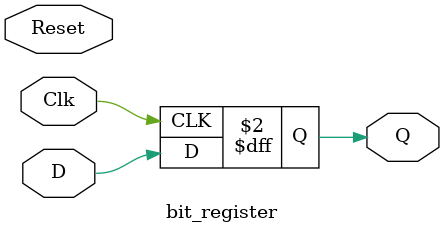
<source format=sv>
module LFSR(
    input Clk, Reset,
    input [8:0] seed, 
    input seed_in,
    output [8:0] outp,
    output seed_out
); 


logic [8:0] out;
logic [8:0] in; 
logic input0; 
always_comb 
    begin 
        if(seed_in)
            in[8:0] = seed[8:0]; 
        else    
            begin 
                in[0] = input0; 
                in[1] = out[0];
                in[2] = out[1];
                in[3] = out[2];                 
                in[4] = out[3];                
                in[5] = out[4];                
                in[6] = out[5];               
                in[7] = out[6];                
                in[8] = out[7];                 
            end
    end

bit_register bit_register0(
    .Clk(Clk), .Reset(Reset), .D(in[0]), .Q(out[0])
);
bit_register bit_register1(
    .Clk(Clk), .Reset(Reset), .D(in[1]), .Q(out[1])
);
bit_register bit_register2(
    .Clk(Clk), .Reset(Reset), .D(in[2]), .Q(out[2])
);
bit_register bit_register3(
    .Clk(Clk), .Reset(Reset), .D(in[3]), .Q(out[3])
);
bit_register bit_register4(
    .Clk(Clk), .Reset(Reset), .D(in[4]), .Q(out[4])
);
bit_register bit_register5(
    .Clk(Clk), .Reset(Reset), .D(in[5]), .Q(out[5])
);
bit_register bit_register6(
    .Clk(Clk), .Reset(Reset), .D(in[6]), .Q(out[6])
);
bit_register bit_register7(
    .Clk(Clk), .Reset(Reset), .D(in[7]), .Q(out[7])
);
bit_register bit_register8(
    .Clk(Clk), .Reset(Reset), .D(in[8]), .Q(out[8])
);

logic [3:0] clockcounter; 

// counts from 0 to 15 
always_ff @(posedge Clk or posedge Reset) 
    begin 
        if (Reset)
            clockcounter <= 4'h0; 
        else
            clockcounter <= clockcounter + 1; 
    end 

always_comb
    begin
        outp[8:0] = out[8:0];
        // if counter is >11, it is time to enable the next LFSR; since there 50mhZ>> 60hz, it will be certain that this will always generate platforms in time 
        if(clockcounter >= 4'd11)
            seed_out = 1; 
        else 
            seed_out = 0; 
        // make sure the seed always be produced will keep producing. 
        if(outp[8:0] == 9'b111111111)
            input0 = (out[3] ^ out[8]);
        else
            input0 = ~(out[3] ^ out[8]); 
    end 

endmodule 


module bit_register(
    input Clk, Reset, 
    input D, 
    output Q 
); 
always_ff @(posedge Clk)
    begin 
        Q <= D;
    end 

endmodule 



</source>
